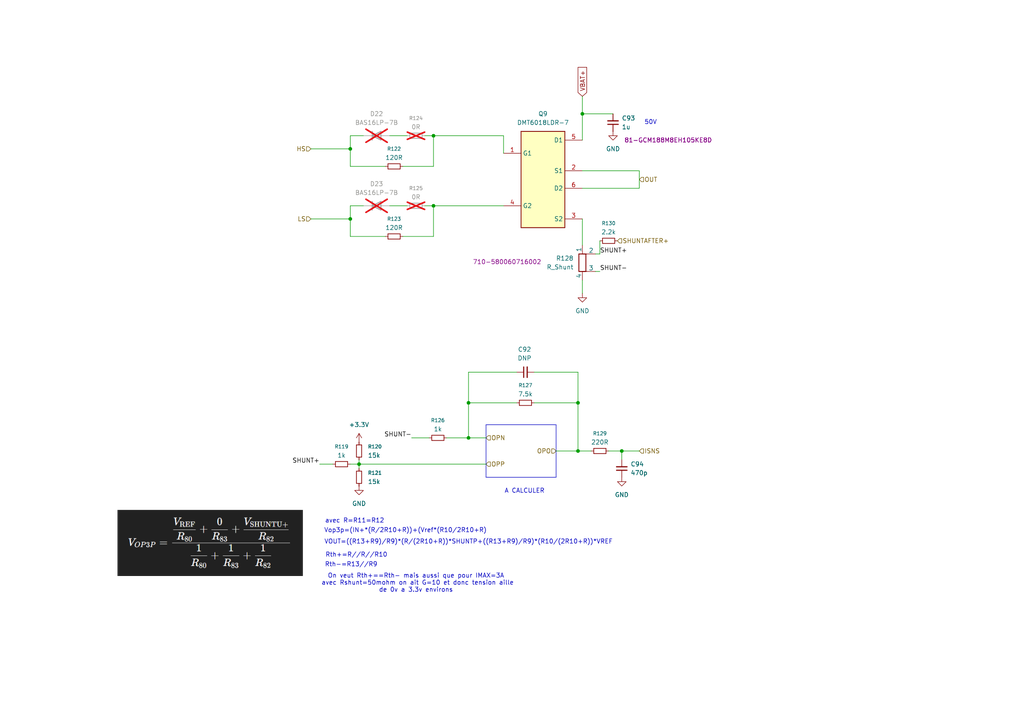
<source format=kicad_sch>
(kicad_sch (version 20250114) (generator "eeschema") (generator_version "9.0")
  (paper "A4")
  (lib_symbols
    (symbol "Device:C_Small" (pin_numbers (hide yes)) (pin_names (offset 0.254) (hide yes))
      (property "Reference" "C" (at 0.254 1.778 0))
      (property "Value" "C_Small" (at 0.254 -2.032 0))
      (symbol "C_Small_0_1"
        (polyline (pts (xy -1.524 0.508) (xy 1.524 0.508)) (stroke (width 0.3048)))
        (polyline (pts (xy -1.524 -0.508) (xy 1.524 -0.508)) (stroke (width 0.3302)))
      )
      (symbol "C_Small_1_1"
        (pin passive line (at 0 2.54 270) (length 2.032) (name "~") (number "1"))
        (pin passive line (at 0 -2.54 90) (length 2.032) (name "~") (number "2"))
      )
    )
    (symbol "Device:R_Shunt" (pin_numbers (hide yes)) (pin_names (offset 0))
      (property "Reference" "R" (at -4.445 0 90))
      (property "Value" "R_Shunt" (at -2.54 0 90))
      (symbol "R_Shunt_0_1"
        (rectangle (start -1.016 -2.54) (end 1.016 2.54) (stroke (width 0.254)))
        (polyline (pts (xy 0 -2.54) (xy 1.27 -2.54)))
        (polyline (pts (xy 1.27 2.54) (xy 0 2.54)))
      )
      (symbol "R_Shunt_1_1"
        (pin passive line (at 0 5.08 270) (length 2.54) (name "1") (number "1"))
        (pin passive line (at 0 -5.08 90) (length 2.54) (name "4") (number "4"))
        (pin passive line (at 3.81 2.54 180) (length 2.54) (name "2") (number "2"))
        (pin passive line (at 3.81 -2.54 180) (length 2.54) (name "3") (number "3"))
      )
    )
    (symbol "Device:R_Small" (pin_numbers (hide yes)) (pin_names (offset 0.254) (hide yes))
      (property "Reference" "R" (at 0 0 90))
      (property "Value" "R_Small" (at 1.778 0 90))
      (symbol "R_Small_0_1"
        (rectangle (start -0.762 1.778) (end 0.762 -1.778) (stroke (width 0.2032)))
      )
      (symbol "R_Small_1_1"
        (pin passive line (at 0 2.54 270) (length 0.762) (name "~") (number "1"))
        (pin passive line (at 0 -2.54 90) (length 0.762) (name "~") (number "2"))
      )
    )
    (symbol "Diode:1N4148WT" (pin_numbers (hide yes)) (pin_names (hide yes))
      (property "Reference" "D" (at 0 2.54 0))
      (property "Value" "1N4148WT" (at 0 -2.54 0))
      (symbol "1N4148WT_0_1"
        (polyline (pts (xy -1.27 1.27) (xy -1.27 -1.27)) (stroke (width 0.254)))
        (polyline (pts (xy 1.27 1.27) (xy 1.27 -1.27) (xy -1.27 0) (xy 1.27 1.27)) (stroke (width 0.254)))
        (polyline (pts (xy 1.27 0) (xy -1.27 0)))
      )
      (symbol "1N4148WT_1_1"
        (pin passive line (at -3.81 0 0) (length 2.54) (name "K") (number "1"))
        (pin passive line (at 3.81 0 180) (length 2.54) (name "A") (number "2"))
      )
    )
    (symbol "power:+3.3V" (power) (pin_numbers (hide yes)) (pin_names (offset 0) (hide yes))
      (property "Value" "+3.3V" (at 0 3.556 0))
      (symbol "+3.3V_0_1"
        (polyline (pts (xy -0.762 1.27) (xy 0 2.54)))
        (polyline (pts (xy 0 2.54) (xy 0.762 1.27)))
        (polyline (pts (xy 0 0) (xy 0 2.54)))
      )
      (symbol "+3.3V_1_1"
        (pin power_in line (at 0 0 90) (length 0) (name "~") (number "1"))
      )
    )
    (symbol "power:GND" (power) (pin_numbers (hide yes)) (pin_names (offset 0) (hide yes))
      (property "Value" "GND" (at 0 -3.81 0))
      (symbol "GND_0_1"
        (polyline (pts (xy 0 0) (xy 0 -1.27) (xy 1.27 -1.27) (xy 0 -2.54) (xy -1.27 -1.27) (xy 0 -1.27)))
      )
      (symbol "GND_1_1"
        (pin power_in line (at 0 0 270) (length 0) (name "~") (number "1"))
      )
    )
    (symbol "samacsys:DMT6018LDR-7"
      (property "Reference" "Q" (at 19.05 7.62 0))
      (property "Value" "DMT6018LDR-7" (at 19.05 5.08 0))
      (symbol "DMT6018LDR-7_1_1"
        (rectangle (start 5.08 11.43) (end 17.78 -16.51) (stroke (width 0.254)) (fill (type background)))
        (pin passive line (at 0 5.08 0) (length 5.08) (name "G1") (number "1"))
        (pin passive line (at 0 -10.16 0) (length 5.08) (name "G2") (number "4"))
        (pin passive line (at 22.86 8.89 180) (length 5.08) (name "D1") (number "5"))
        (pin passive line (at 22.86 0 180) (length 5.08) (name "S1") (number "2"))
        (pin passive line (at 22.86 -5.08 180) (length 5.08) (name "D2") (number "6"))
        (pin passive line (at 22.86 -13.97 180) (length 5.08) (name "S2") (number "3"))
      )
    )
  )
  (text "VOUT=((R13+R9)/R9)*(R/(2R10+R))*SHUNTP+((R13+R9)/R9)*(R10/(2R10+R))*VREF" (at 135.89 157.226 0) (effects (font (size 1.27 1.27))))
  (text "Rth+=R//R//R10" (at 103.378 161.036 0) (effects (font (size 1.27 1.27))))
  (text "Vop3p=(IN+*(R/2R10+R))+(Vref*(R10/2R10+R)" (at 117.602 153.924 0) (effects (font (size 1.27 1.27))))
  (text "avec R=R11=R12" (at 102.87 151.13 0) (effects (font (size 1.27 1.27))))
  (text "50V" (at 188.722 35.56 0) (effects (font (size 1.27 1.27))))
  (text "A CALCULER\n" (at 152.146 142.494 0) (effects (font (size 1.27 1.27))))
  (text "Rth-=R13//R9" (at 101.854 163.83 0) (effects (font (size 1.27 1.27))))
  (text "On veut Rth+==Rth- mais aussi que pour IMAX=3A\n avec Rshunt=50mohm on ait G=10 et donc tension aille\n de 0v a 3.3v environs " (at 120.65 169.164 0) (effects (font (size 1.27 1.27))))
  (junction (at 125.73 59.69))
  (junction (at 125.73 39.37))
  (junction (at 168.91 33.02))
  (junction (at 167.64 116.84))
  (junction (at 167.64 130.81))
  (junction (at 101.6 43.18))
  (junction (at 135.89 116.84))
  (junction (at 135.89 127))
  (junction (at 180.34 130.81))
  (junction (at 104.14 134.62))
  (junction (at 101.6 63.5))
  (wire (pts (xy 101.6 43.18) (xy 101.6 48.26)))
  (polyline (pts (xy 161.29 123.19) (xy 161.29 138.43)))
  (wire (pts (xy 149.86 107.95) (xy 135.89 107.95)))
  (wire (pts (xy 135.89 107.95) (xy 135.89 116.84)))
  (wire (pts (xy 173.99 69.85) (xy 173.99 73.66)))
  (wire (pts (xy 101.6 59.69) (xy 101.6 63.5)))
  (wire (pts (xy 116.84 68.58) (xy 125.73 68.58)))
  (wire (pts (xy 90.17 63.5) (xy 101.6 63.5)))
  (wire (pts (xy 167.64 107.95) (xy 167.64 116.84)))
  (wire (pts (xy 101.6 39.37) (xy 101.6 43.18)))
  (wire (pts (xy 125.73 59.69) (xy 123.19 59.69)))
  (wire (pts (xy 113.03 59.69) (xy 118.11 59.69)))
  (wire (pts (xy 125.73 39.37) (xy 123.19 39.37)))
  (wire (pts (xy 161.29 130.81) (xy 167.64 130.81)))
  (wire (pts (xy 104.14 134.62) (xy 104.14 133.35)))
  (wire (pts (xy 180.34 133.35) (xy 180.34 130.81)))
  (wire (pts (xy 168.91 49.53) (xy 185.42 49.53)))
  (wire (pts (xy 168.91 33.02) (xy 168.91 40.64)))
  (wire (pts (xy 101.6 134.62) (xy 104.14 134.62)))
  (wire (pts (xy 104.14 134.62) (xy 140.97 134.62)))
  (wire (pts (xy 90.17 43.18) (xy 101.6 43.18)))
  (polyline (pts (xy 140.97 123.19) (xy 140.97 138.43)))
  (wire (pts (xy 125.73 48.26) (xy 125.73 39.37)))
  (wire (pts (xy 185.42 54.61) (xy 168.91 54.61)))
  (wire (pts (xy 101.6 39.37) (xy 105.41 39.37)))
  (wire (pts (xy 149.86 116.84) (xy 135.89 116.84)))
  (wire (pts (xy 154.94 107.95) (xy 167.64 107.95)))
  (wire (pts (xy 119.38 127) (xy 124.46 127)))
  (wire (pts (xy 111.76 48.26) (xy 101.6 48.26)))
  (wire (pts (xy 168.91 63.5) (xy 168.91 71.12)))
  (polyline (pts (xy 140.97 123.19) (xy 161.29 123.19)))
  (wire (pts (xy 125.73 59.69) (xy 146.05 59.69)))
  (wire (pts (xy 172.72 73.66) (xy 173.99 73.66)))
  (wire (pts (xy 180.34 130.81) (xy 185.42 130.81)))
  (wire (pts (xy 185.42 49.53) (xy 185.42 54.61)))
  (wire (pts (xy 167.64 116.84) (xy 167.64 130.81)))
  (wire (pts (xy 167.64 130.81) (xy 171.45 130.81)))
  (wire (pts (xy 135.89 116.84) (xy 135.89 127)))
  (wire (pts (xy 180.34 130.81) (xy 176.53 130.81)))
  (wire (pts (xy 168.91 33.02) (xy 177.8 33.02)))
  (wire (pts (xy 135.89 127) (xy 140.97 127)))
  (wire (pts (xy 129.54 127) (xy 135.89 127)))
  (wire (pts (xy 111.76 68.58) (xy 101.6 68.58)))
  (wire (pts (xy 125.73 68.58) (xy 125.73 59.69)))
  (wire (pts (xy 101.6 63.5) (xy 101.6 68.58)))
  (wire (pts (xy 173.99 78.74) (xy 172.72 78.74)))
  (wire (pts (xy 116.84 48.26) (xy 125.73 48.26)))
  (wire (pts (xy 168.91 27.94) (xy 168.91 33.02)))
  (wire (pts (xy 125.73 39.37) (xy 146.05 39.37)))
  (wire (pts (xy 104.14 134.62) (xy 104.14 135.89)))
  (wire (pts (xy 168.91 81.28) (xy 168.91 85.09)))
  (wire (pts (xy 154.94 116.84) (xy 167.64 116.84)))
  (wire (pts (xy 101.6 59.69) (xy 105.41 59.69)))
  (polyline (pts (xy 161.29 138.43) (xy 140.97 138.43)))
  (wire (pts (xy 113.03 39.37) (xy 118.11 39.37)))
  (wire (pts (xy 92.71 134.62) (xy 96.52 134.62)))
  (wire (pts (xy 146.05 39.37) (xy 146.05 44.45)))
  (image (at 60.96 157.48) (scale 0.383383))
  (label "SHUNT-" (at 119.38 127 180))
  (label "SHUNT+" (at 173.99 73.66 0))
  (label "SHUNT+" (at 92.71 134.62 180))
  (label "SHUNT-" (at 173.99 78.74 0))
  (global_label "VBAT+" (shape input) (at 168.91 27.94 90) (property "Intersheetrefs" "${INTERSHEET_REFS}" (effects (hide yes))))
  (hierarchical_label "OPO" (shape input) (at 161.29 130.81 180))
  (hierarchical_label "LS" (shape input) (at 90.17 63.5 180))
  (hierarchical_label "ISNS" (shape input) (at 185.42 130.81 0))
  (hierarchical_label "OPP" (shape input) (at 140.97 134.62 0))
  (hierarchical_label "SHUNTAFTER+" (shape input) (at 179.07 69.85 0))
  (hierarchical_label "OPN" (shape input) (at 140.97 127 0))
  (hierarchical_label "HS" (shape input) (at 90.17 43.18 180))
  (hierarchical_label "OUT" (shape input) (at 185.42 52.07 0))
  (symbol (lib_id "Device:R_Small") (at 114.3 48.26 90) (unit 1)
    (property "Reference" "R4" (at 114.3 43.18 90) (effects (font (size 1.016 1.016))))
    (property "Value" "120R" (at 114.3 45.72 90))
    (property "Footprint" "Resistor_SMD:R_0201_0603Metric_Pad0.64x0.40mm_HandSolder" (effects (hide yes)))
    (property "Description" "Resistor, small symbol" (effects (hide yes)))
    (instances (project "FOC_CONTROLLER_V1" (path "" (reference "R122") (unit 1)) (path "" (reference "R110") (unit 1)) (path "" (reference "R98") (unit 1)) (path "" (reference "R28") (unit 1)) (path "" (reference "R16") (unit 1)) (path "" (reference "R4") (unit 1)) (path "" (reference "R77") (unit 1)) (path "" (reference "R65") (unit 1)) (path "" (reference "R53") (unit 1))))
  )
  (symbol (lib_id "Device:R_Small") (at 176.53 69.85 90) (unit 1)
    (property "Reference" "R12" (at 176.53 64.77 90) (effects (font (size 1.016 1.016))))
    (property "Value" "2.2k" (at 176.53 67.31 90))
    (property "Footprint" "Resistor_SMD:R_0201_0603Metric_Pad0.64x0.40mm_HandSolder" (effects (hide yes)))
    (property "Description" "Resistor, small symbol" (effects (hide yes)))
    (instances (project "FOC_CONTROLLER_V1" (path "" (reference "R130") (unit 1)) (path "" (reference "R118") (unit 1)) (path "" (reference "R106") (unit 1)) (path "" (reference "R36") (unit 1)) (path "" (reference "R24") (unit 1)) (path "" (reference "R12") (unit 1)) (path "" (reference "R85") (unit 1)) (path "" (reference "R73") (unit 1)) (path "" (reference "R61") (unit 1))))
  )
  (symbol (lib_id "power:GND") (at 168.91 85.09 0) (unit 1)
    (property "Reference" "#PWR03" (effects (hide yes)))
    (property "Value" "GND" (at 168.91 90.17 0))
    (property "Description" "Power symbol creates a global label with name \"GND\" , ground" (effects (hide yes)))
    (instances (project "FOC_CONTROLLER_V1" (path "" (reference "#PWR0130") (unit 1)) (path "" (reference "#PWR0125") (unit 1)) (path "" (reference "#PWR0120") (unit 1)) (path "" (reference "#PWR013") (unit 1)) (path "" (reference "#PWR08") (unit 1)) (path "" (reference "#PWR03") (unit 1)) (path "" (reference "#PWR079") (unit 1)) (path "" (reference "#PWR074") (unit 1)) (path "" (reference "#PWR069") (unit 1))))
  )
  (symbol (lib_id "power:GND") (at 177.8 38.1 0) (unit 1)
    (property "Reference" "#PWR04" (effects (hide yes)))
    (property "Value" "GND" (at 177.8 43.18 0))
    (property "Description" "Power symbol creates a global label with name \"GND\" , ground" (effects (hide yes)))
    (instances (project "FOC_CONTROLLER_V1" (path "" (reference "#PWR0131") (unit 1)) (path "" (reference "#PWR0126") (unit 1)) (path "" (reference "#PWR0121") (unit 1)) (path "" (reference "#PWR014") (unit 1)) (path "" (reference "#PWR09") (unit 1)) (path "" (reference "#PWR04") (unit 1)) (path "" (reference "#PWR080") (unit 1)) (path "" (reference "#PWR075") (unit 1)) (path "" (reference "#PWR070") (unit 1))))
  )
  (symbol (lib_id "Device:R_Small") (at 152.4 116.84 90) (unit 1)
    (property "Reference" "R9" (at 152.4 111.76 90) (effects (font (size 1.016 1.016))))
    (property "Value" "7.5k" (at 152.4 114.3 90))
    (property "Footprint" "Resistor_SMD:R_0201_0603Metric_Pad0.64x0.40mm_HandSolder" (effects (hide yes)))
    (property "Description" "Resistor, small symbol" (effects (hide yes)))
    (instances (project "FOC_CONTROLLER_V1" (path "" (reference "R127") (unit 1)) (path "" (reference "R115") (unit 1)) (path "" (reference "R103") (unit 1)) (path "" (reference "R33") (unit 1)) (path "" (reference "R21") (unit 1)) (path "" (reference "R9") (unit 1)) (path "" (reference "R82") (unit 1)) (path "" (reference "R70") (unit 1)) (path "" (reference "R58") (unit 1))))
  )
  (symbol (lib_id "Device:R_Small") (at 99.06 134.62 90) (unit 1)
    (property "Reference" "R1" (at 99.06 129.54 90) (effects (font (size 1.016 1.016))))
    (property "Value" "1k" (at 99.06 132.08 90))
    (property "Footprint" "Resistor_SMD:R_0201_0603Metric_Pad0.64x0.40mm_HandSolder" (effects (hide yes)))
    (property "Description" "Resistor, small symbol" (effects (hide yes)))
    (instances (project "FOC_CONTROLLER_V1" (path "" (reference "R119") (unit 1)) (path "" (reference "R107") (unit 1)) (path "" (reference "R95") (unit 1)) (path "" (reference "R25") (unit 1)) (path "" (reference "R13") (unit 1)) (path "" (reference "R1") (unit 1)) (path "" (reference "R74") (unit 1)) (path "" (reference "R62") (unit 1)) (path "" (reference "R50") (unit 1))))
  )
  (symbol (lib_id "Device:R_Small") (at 120.65 39.37 90) (unit 1) (dnp yes)
    (property "Reference" "R6" (at 120.65 34.29 90) (effects (font (size 1.016 1.016))))
    (property "Value" "0R" (at 120.65 36.83 90))
    (property "Footprint" "Resistor_SMD:R_0201_0603Metric_Pad0.64x0.40mm_HandSolder" (effects (hide yes)))
    (property "Description" "Resistor, small symbol" (effects (hide yes)))
    (instances (project "FOC_CONTROLLER_V1" (path "" (reference "R124") (unit 1)) (path "" (reference "R112") (unit 1)) (path "" (reference "R100") (unit 1)) (path "" (reference "R30") (unit 1)) (path "" (reference "R18") (unit 1)) (path "" (reference "R6") (unit 1)) (path "" (reference "R79") (unit 1)) (path "" (reference "R67") (unit 1)) (path "" (reference "R55") (unit 1))))
  )
  (symbol (lib_id "Diode:1N4148WT") (at 109.22 39.37 0) (unit 1) (dnp yes)
    (property "Reference" "D1" (at 109.22 33.02 0))
    (property "Value" "BAS16LP-7B" (at 109.22 35.56 0))
    (property "Footprint" "Diode_SMD:D_01005_0402Metric_Pad0.57x0.30mm_HandSolder" (effects (hide yes)))
    (property "Datasheet" "https://www.diodes.com/assets/Datasheets/ds30396.pdf" (effects (hide yes)))
    (property "Description" "75V 0.15A Fast switching Diode, SOD-523" (effects (hide yes)))
    (property "Sim.Device" "D" (effects (hide yes)))
    (property "Sim.Pins" "1=K 2=A" (effects (hide yes)))
    (instances (project "FOC_CONTROLLER_V1" (path "" (reference "D22") (unit 1)) (path "" (reference "D20") (unit 1)) (path "" (reference "D18") (unit 1)) (path "" (reference "D5") (unit 1)) (path "" (reference "D3") (unit 1)) (path "" (reference "D1") (unit 1)) (path "" (reference "D14") (unit 1)) (path "" (reference "D12") (unit 1)) (path "" (reference "D10") (unit 1))))
  )
  (symbol (lib_id "Device:R_Small") (at 127 127 90) (unit 1)
    (property "Reference" "R8" (at 127 121.92 90) (effects (font (size 1.016 1.016))))
    (property "Value" "1k" (at 127 124.46 90))
    (property "Footprint" "Resistor_SMD:R_0201_0603Metric_Pad0.64x0.40mm_HandSolder" (effects (hide yes)))
    (property "Description" "Resistor, small symbol" (effects (hide yes)))
    (instances (project "FOC_CONTROLLER_V1" (path "" (reference "R126") (unit 1)) (path "" (reference "R114") (unit 1)) (path "" (reference "R102") (unit 1)) (path "" (reference "R32") (unit 1)) (path "" (reference "R20") (unit 1)) (path "" (reference "R8") (unit 1)) (path "" (reference "R81") (unit 1)) (path "" (reference "R69") (unit 1)) (path "" (reference "R57") (unit 1))))
  )
  (symbol (lib_id "Device:C_Small") (at 177.8 35.56 180) (unit 1)
    (property "Reference" "C2" (at 180.34 34.2835 0) (effects (justify right)))
    (property "Value" "1u" (at 180.34 36.8235 0) (effects (justify right)))
    (property "Footprint" "Capacitor_SMD:C_0603_1608Metric" (effects (hide yes)))
    (property "Description" "Unpolarized capacitor, small symbol" (effects (hide yes)))
    (property "Manufacturer_Part_Number" "GCM188M8EH105KE8D" (effects (hide yes)))
    (property "Mouser Part Number" "81-GCM188M8EH105KE8D" (at 193.802 40.64 0))
    (instances (project "FOC_CONTROLLER_V1" (path "" (reference "C93") (unit 1)) (path "" (reference "C90") (unit 1)) (path "" (reference "C87") (unit 1)) (path "" (reference "C8") (unit 1)) (path "" (reference "C5") (unit 1)) (path "" (reference "C2") (unit 1)) (path "" (reference "C58") (unit 1)) (path "" (reference "C55") (unit 1)) (path "" (reference "C52") (unit 1))))
  )
  (symbol (lib_id "Device:R_Small") (at 104.14 130.81 0) (unit 1)
    (property "Reference" "R2" (at 106.68 129.5399 0) (effects (font (size 1.016 1.016)) (justify left)))
    (property "Value" "15k" (at 106.68 132.0799 0) (effects (justify left)))
    (property "Footprint" "Resistor_SMD:R_0201_0603Metric_Pad0.64x0.40mm_HandSolder" (effects (hide yes)))
    (property "Description" "Resistor, small symbol" (effects (hide yes)))
    (instances (project "FOC_CONTROLLER_V1" (path "" (reference "R120") (unit 1)) (path "" (reference "R108") (unit 1)) (path "" (reference "R96") (unit 1)) (path "" (reference "R26") (unit 1)) (path "" (reference "R14") (unit 1)) (path "" (reference "R2") (unit 1)) (path "" (reference "R75") (unit 1)) (path "" (reference "R63") (unit 1)) (path "" (reference "R51") (unit 1))))
  )
  (symbol (lib_id "Device:R_Small") (at 114.3 68.58 90) (unit 1)
    (property "Reference" "R5" (at 114.3 63.5 90) (effects (font (size 1.016 1.016))))
    (property "Value" "120R" (at 114.3 66.04 90))
    (property "Footprint" "Resistor_SMD:R_0201_0603Metric_Pad0.64x0.40mm_HandSolder" (effects (hide yes)))
    (property "Description" "Resistor, small symbol" (effects (hide yes)))
    (instances (project "FOC_CONTROLLER_V1" (path "" (reference "R123") (unit 1)) (path "" (reference "R111") (unit 1)) (path "" (reference "R99") (unit 1)) (path "" (reference "R29") (unit 1)) (path "" (reference "R17") (unit 1)) (path "" (reference "R5") (unit 1)) (path "" (reference "R78") (unit 1)) (path "" (reference "R66") (unit 1)) (path "" (reference "R54") (unit 1))))
  )
  (symbol (lib_id "Device:R_Shunt") (at 168.91 76.2 0) (unit 1)
    (property "Reference" "R10" (at 166.37 74.9299 0) (effects (justify right)))
    (property "Value" "R_Shunt" (at 166.37 77.4699 0) (effects (justify right)))
    (property "Footprint" "samacsys:4wire_0603" (effects (hide yes)))
    (property "Description" "Shunt resistor" (effects (hide yes)))
    (property "Manufacturer_Part_Number" "580060716002" (effects (hide yes)))
    (property "Mouser Part Number" "710-580060716002" (at 147.066 75.946 0))
    (instances (project "FOC_CONTROLLER_V1" (path "" (reference "R128") (unit 1)) (path "" (reference "R116") (unit 1)) (path "" (reference "R104") (unit 1)) (path "" (reference "R34") (unit 1)) (path "" (reference "R22") (unit 1)) (path "" (reference "R10") (unit 1)) (path "" (reference "R83") (unit 1)) (path "" (reference "R71") (unit 1)) (path "" (reference "R59") (unit 1))))
  )
  (symbol (lib_id "Device:C_Small") (at 152.4 107.95 90) (unit 1)
    (property "Reference" "C1" (at 152.146 101.346 90))
    (property "Value" "DNP" (at 152.146 103.886 90))
    (property "Footprint" "Capacitor_SMD:C_0201_0603Metric_Pad0.64x0.40mm_HandSolder" (effects (hide yes)))
    (property "Description" "Unpolarized capacitor, small symbol" (effects (hide yes)))
    (instances (project "FOC_CONTROLLER_V1" (path "" (reference "C92") (unit 1)) (path "" (reference "C89") (unit 1)) (path "" (reference "C86") (unit 1)) (path "" (reference "C7") (unit 1)) (path "" (reference "C4") (unit 1)) (path "" (reference "C1") (unit 1)) (path "" (reference "C57") (unit 1)) (path "" (reference "C54") (unit 1)) (path "" (reference "C51") (unit 1))))
  )
  (symbol (lib_id "Device:R_Small") (at 104.14 138.43 0) (unit 1)
    (property "Reference" "R3" (at 106.68 137.1599 0) (effects (font (size 1.016 1.016)) (justify left)))
    (property "Value" "15k" (at 106.68 139.6999 0) (effects (justify left)))
    (property "Footprint" "Resistor_SMD:R_0201_0603Metric_Pad0.64x0.40mm_HandSolder" (effects (hide yes)))
    (property "Description" "Resistor, small symbol" (effects (hide yes)))
    (instances (project "FOC_CONTROLLER_V1" (path "" (reference "R121") (unit 1)) (path "" (reference "R109") (unit 1)) (path "" (reference "R97") (unit 1)) (path "" (reference "R27") (unit 1)) (path "" (reference "R15") (unit 1)) (path "" (reference "R3") (unit 1)) (path "" (reference "R76") (unit 1)) (path "" (reference "R64") (unit 1)) (path "" (reference "R52") (unit 1))))
  )
  (symbol (lib_id "power:GND") (at 180.34 138.43 0) (unit 1)
    (property "Reference" "#PWR05" (effects (hide yes)))
    (property "Value" "GND" (at 180.34 143.51 0))
    (property "Description" "Power symbol creates a global label with name \"GND\" , ground" (effects (hide yes)))
    (instances (project "FOC_CONTROLLER_V1" (path "" (reference "#PWR0132") (unit 1)) (path "" (reference "#PWR0127") (unit 1)) (path "" (reference "#PWR0122") (unit 1)) (path "" (reference "#PWR015") (unit 1)) (path "" (reference "#PWR010") (unit 1)) (path "" (reference "#PWR05") (unit 1)) (path "" (reference "#PWR081") (unit 1)) (path "" (reference "#PWR076") (unit 1)) (path "" (reference "#PWR071") (unit 1))))
  )
  (symbol (lib_id "Diode:1N4148WT") (at 109.22 59.69 0) (unit 1) (dnp yes)
    (property "Reference" "D2" (at 109.22 53.34 0))
    (property "Value" "BAS16LP-7B" (at 109.22 55.88 0))
    (property "Footprint" "Diode_SMD:D_01005_0402Metric_Pad0.57x0.30mm_HandSolder" (effects (hide yes)))
    (property "Datasheet" "https://www.diodes.com/assets/Datasheets/ds30396.pdf" (effects (hide yes)))
    (property "Description" "75V 0.15A Fast switching Diode, SOD-523" (effects (hide yes)))
    (property "Sim.Device" "D" (effects (hide yes)))
    (property "Sim.Pins" "1=K 2=A" (effects (hide yes)))
    (instances (project "FOC_CONTROLLER_V1" (path "" (reference "D23") (unit 1)) (path "" (reference "D21") (unit 1)) (path "" (reference "D19") (unit 1)) (path "" (reference "D6") (unit 1)) (path "" (reference "D4") (unit 1)) (path "" (reference "D2") (unit 1)) (path "" (reference "D15") (unit 1)) (path "" (reference "D13") (unit 1)) (path "" (reference "D11") (unit 1))))
  )
  (symbol (lib_id "Device:R_Small") (at 173.99 130.81 90) (unit 1)
    (property "Reference" "R11" (at 173.99 125.73 90) (effects (font (size 1.016 1.016))))
    (property "Value" "220R" (at 173.99 128.27 90))
    (property "Footprint" "Resistor_SMD:R_0201_0603Metric_Pad0.64x0.40mm_HandSolder" (effects (hide yes)))
    (property "Description" "Resistor, small symbol" (effects (hide yes)))
    (instances (project "FOC_CONTROLLER_V1" (path "" (reference "R129") (unit 1)) (path "" (reference "R117") (unit 1)) (path "" (reference "R105") (unit 1)) (path "" (reference "R35") (unit 1)) (path "" (reference "R23") (unit 1)) (path "" (reference "R11") (unit 1)) (path "" (reference "R84") (unit 1)) (path "" (reference "R72") (unit 1)) (path "" (reference "R60") (unit 1))))
  )
  (symbol (lib_id "Device:R_Small") (at 120.65 59.69 90) (unit 1) (dnp yes)
    (property "Reference" "R7" (at 120.65 54.61 90) (effects (font (size 1.016 1.016))))
    (property "Value" "0R" (at 120.65 57.15 90))
    (property "Footprint" "Resistor_SMD:R_0201_0603Metric_Pad0.64x0.40mm_HandSolder" (effects (hide yes)))
    (property "Description" "Resistor, small symbol" (effects (hide yes)))
    (instances (project "FOC_CONTROLLER_V1" (path "" (reference "R125") (unit 1)) (path "" (reference "R113") (unit 1)) (path "" (reference "R101") (unit 1)) (path "" (reference "R31") (unit 1)) (path "" (reference "R19") (unit 1)) (path "" (reference "R7") (unit 1)) (path "" (reference "R80") (unit 1)) (path "" (reference "R68") (unit 1)) (path "" (reference "R56") (unit 1))))
  )
  (symbol (lib_id "samacsys:DMT6018LDR-7") (at 146.05 49.53 0) (unit 1)
    (property "Reference" "Q1" (at 157.48 33.02 0))
    (property "Value" "DMT6018LDR-7" (at 157.48 35.56 0))
    (property "Footprint" "samacsys:DMT6018LDR7" (effects (hide yes)))
    (property "Datasheet" "https://www.diodes.com/assets/Datasheets/DMT6018LDR.pdf" (effects (hide yes)))
    (property "Description" "DIODES INC. - DMT6018LDR-7 - Dual MOSFET, N Channel, 60 V, 60 V, 8.8 A, 8.8 A, 0.013 ohm" (effects (hide yes)))
    (property "Height" "0.85" (effects (hide yes)))
    (property "Manufacturer_Name" "Diodes Incorporated" (effects (hide yes)))
    (property "Manufacturer_Part_Number" "DMT6018LDR-7" (effects (hide yes)))
    (property "Mouser Part Number" "621-DMT6018LDR-7" (effects (hide yes)))
    (property "Mouser Price/Stock" "https://www.mouser.co.uk/ProductDetail/Diodes-Incorporated/DMT6018LDR-7?qs=4EhzHfbM1GhfDx1FS0oSLQ%3D%3D" (effects (hide yes)))
    (property "Arrow Part Number" "DMT6018LDR-7" (effects (hide yes)))
    (property "Arrow Price/Stock" "https://www.arrow.com/en/products/dmt6018ldr-7/diodes-incorporated?utm_currency=USD&region=nac" (effects (hide yes)))
    (instances (project "FOC_CONTROLLER_V1" (path "" (reference "Q9") (unit 1)) (path "" (reference "Q8") (unit 1)) (path "" (reference "Q7") (unit 1)) (path "" (reference "Q3") (unit 1)) (path "" (reference "Q2") (unit 1)) (path "" (reference "Q1") (unit 1)) (path "" (reference "Q6") (unit 1)) (path "" (reference "Q5") (unit 1)) (path "" (reference "Q4") (unit 1))))
  )
  (symbol (lib_id "power:GND") (at 104.14 140.97 0) (unit 1)
    (property "Reference" "#PWR02" (effects (hide yes)))
    (property "Value" "GND" (at 104.14 146.05 0))
    (property "Description" "Power symbol creates a global label with name \"GND\" , ground" (effects (hide yes)))
    (instances (project "FOC_CONTROLLER_V1" (path "" (reference "#PWR0129") (unit 1)) (path "" (reference "#PWR0124") (unit 1)) (path "" (reference "#PWR0119") (unit 1)) (path "" (reference "#PWR012") (unit 1)) (path "" (reference "#PWR07") (unit 1)) (path "" (reference "#PWR02") (unit 1)) (path "" (reference "#PWR078") (unit 1)) (path "" (reference "#PWR073") (unit 1)) (path "" (reference "#PWR068") (unit 1))))
  )
  (symbol (lib_id "power:+3.3V") (at 104.14 128.27 0) (unit 1)
    (property "Reference" "#PWR01" (effects (hide yes)))
    (property "Value" "+3.3V" (at 104.14 123.19 0))
    (property "Description" "Power symbol creates a global label with name \"+3.3V\"" (effects (hide yes)))
    (instances (project "FOC_CONTROLLER_V1" (path "" (reference "#PWR0128") (unit 1)) (path "" (reference "#PWR0123") (unit 1)) (path "" (reference "#PWR0118") (unit 1)) (path "" (reference "#PWR011") (unit 1)) (path "" (reference "#PWR06") (unit 1)) (path "" (reference "#PWR01") (unit 1)) (path "" (reference "#PWR077") (unit 1)) (path "" (reference "#PWR072") (unit 1)) (path "" (reference "#PWR067") (unit 1))))
  )
  (symbol (lib_id "Device:C_Small") (at 180.34 135.89 180) (unit 1)
    (property "Reference" "C3" (at 182.88 134.6135 0) (effects (justify right)))
    (property "Value" "470p" (at 182.88 137.1535 0) (effects (justify right)))
    (property "Footprint" "Capacitor_SMD:C_0201_0603Metric_Pad0.64x0.40mm_HandSolder" (effects (hide yes)))
    (property "Description" "Unpolarized capacitor, small symbol" (effects (hide yes)))
    (instances (project "FOC_CONTROLLER_V1" (path "" (reference "C94") (unit 1)) (path "" (reference "C91") (unit 1)) (path "" (reference "C88") (unit 1)) (path "" (reference "C9") (unit 1)) (path "" (reference "C6") (unit 1)) (path "" (reference "C3") (unit 1)) (path "" (reference "C59") (unit 1)) (path "" (reference "C56") (unit 1)) (path "" (reference "C53") (unit 1))))
  )
)
</source>
